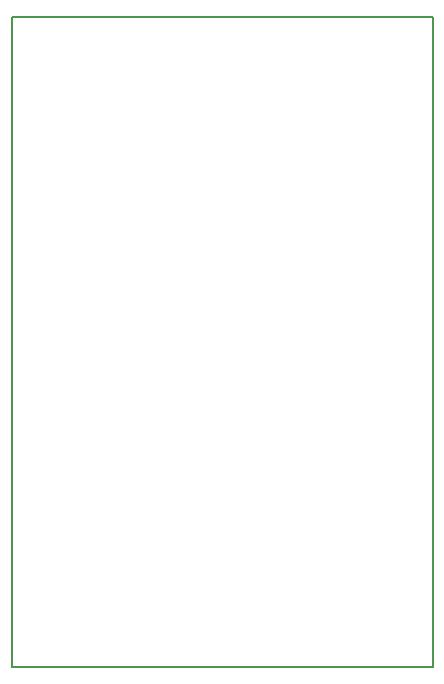
<source format=gm1>
G04*
G04 #@! TF.GenerationSoftware,Altium Limited,Altium Designer,21.7.2 (23)*
G04*
G04 Layer_Color=16711935*
%FSLAX25Y25*%
%MOIN*%
G70*
G04*
G04 #@! TF.SameCoordinates,2BEB94BA-C242-4871-AFB5-1AACED26611A*
G04*
G04*
G04 #@! TF.FilePolarity,Positive*
G04*
G01*
G75*
%ADD12C,0.00787*%
D12*
X165945Y100000D02*
X306299D01*
X165945D02*
Y316535D01*
X306299D01*
Y100000D02*
Y316535D01*
M02*

</source>
